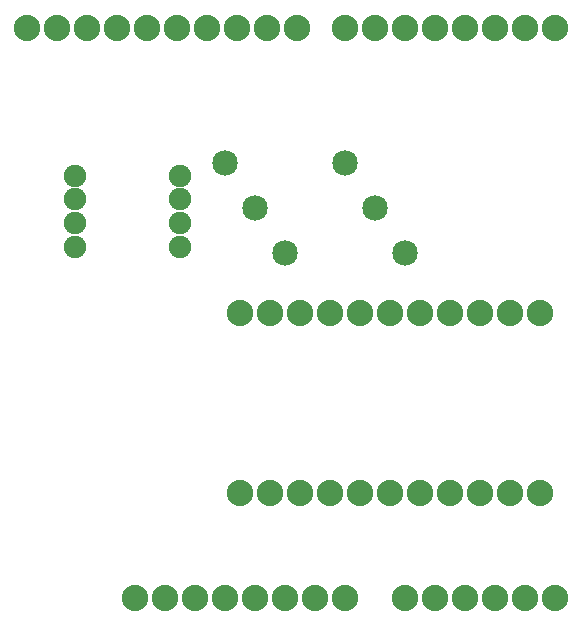
<source format=gbs>
G04 MADE WITH FRITZING*
G04 WWW.FRITZING.ORG*
G04 DOUBLE SIDED*
G04 HOLES PLATED*
G04 CONTOUR ON CENTER OF CONTOUR VECTOR*
%ASAXBY*%
%FSLAX23Y23*%
%MOIN*%
%OFA0B0*%
%SFA1.0B1.0*%
%ADD10C,0.088000*%
%ADD11C,0.075000*%
%ADD12C,0.085000*%
%LNMASK0*%
G90*
G70*
G54D10*
X968Y1996D03*
X868Y1996D03*
X768Y1996D03*
X668Y1996D03*
X568Y1996D03*
X468Y1996D03*
X368Y1996D03*
X268Y1996D03*
X168Y1996D03*
X68Y1996D03*
X1129Y96D03*
X1029Y96D03*
X929Y96D03*
X829Y96D03*
X729Y96D03*
X629Y96D03*
X529Y96D03*
X429Y96D03*
X1829Y96D03*
X1729Y96D03*
X1629Y96D03*
X1529Y96D03*
X1429Y96D03*
X1329Y96D03*
X1829Y1996D03*
X1729Y1996D03*
X1629Y1996D03*
X1529Y1996D03*
X1429Y1996D03*
X1329Y1996D03*
X1229Y1996D03*
X1129Y1996D03*
X1779Y446D03*
X1679Y446D03*
X1579Y446D03*
X1479Y446D03*
X1379Y446D03*
X1279Y446D03*
X1179Y446D03*
X1079Y446D03*
X979Y446D03*
X879Y446D03*
X779Y446D03*
X1779Y1046D03*
X1679Y1046D03*
X1579Y1046D03*
X1479Y1046D03*
X1379Y1046D03*
X1279Y1046D03*
X1179Y1046D03*
X1079Y1046D03*
X979Y1046D03*
X879Y1046D03*
X779Y1046D03*
G54D11*
X229Y1267D03*
X229Y1346D03*
X229Y1424D03*
X229Y1503D03*
X579Y1267D03*
X579Y1346D03*
X579Y1424D03*
X579Y1503D03*
G54D12*
X1329Y1246D03*
X929Y1246D03*
X1229Y1396D03*
X829Y1396D03*
X1129Y1546D03*
X729Y1546D03*
G04 End of Mask0*
M02*
</source>
